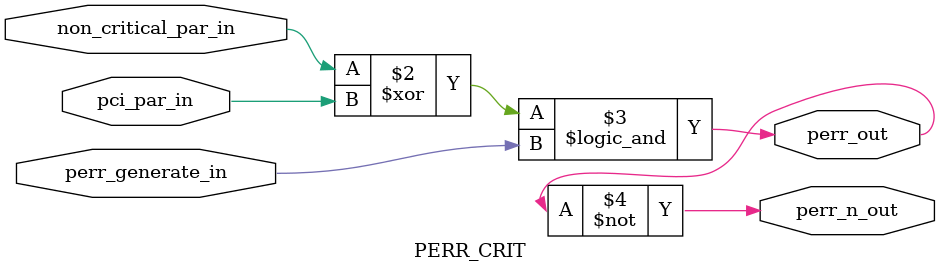
<source format=v>


// This one is used in parity generator/checker for parity error output (PERR#)

// synopsys translate_off
`include "timescale.v"
// synopsys translate_on

module PERR_CRIT
(
    perr_out,
    perr_n_out,
    non_critical_par_in,
    pci_par_in,
    perr_generate_in
) ;

output  perr_out,
        perr_n_out;

input   non_critical_par_in,
        pci_par_in,
        perr_generate_in ;

assign perr_out     = (non_critical_par_in ^^ pci_par_in) && perr_generate_in ;
assign perr_n_out   = ~perr_out ;

endmodule
</source>
